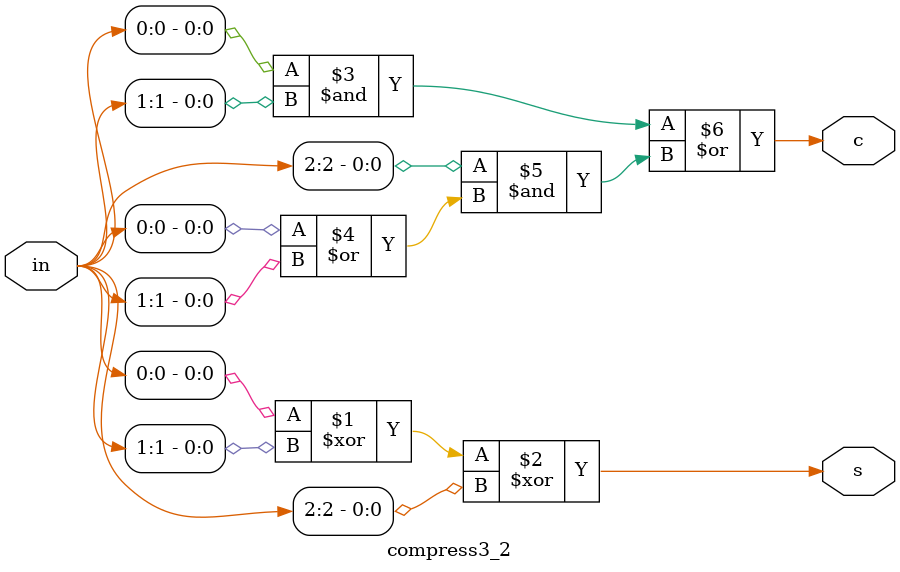
<source format=v>
module compress3_2 (in,s,c);
input [2:0]in;
output s,c;

assign s = in[0]^in[1]^in[2];

assign c = (in[0]&in[1])|in[2]&(in[0]|in[1]);

endmodule

</source>
